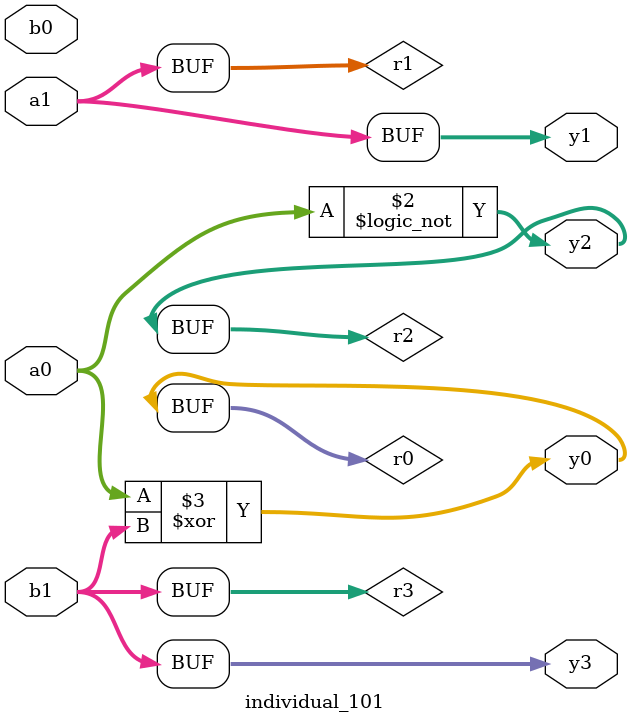
<source format=sv>
module individual_101(input logic [15:0] a1, input logic [15:0] a0, input logic [15:0] b1, input logic [15:0] b0, output logic [15:0] y3, output logic [15:0] y2, output logic [15:0] y1, output logic [15:0] y0);
logic [15:0] r0, r1, r2, r3; 
 always@(*) begin 
	 r0 = a0; r1 = a1; r2 = b0; r3 = b1; 
 	 r2 = ! a0 ;
 	 r0  ^=  r3 ;
 	 y3 = r3; y2 = r2; y1 = r1; y0 = r0; 
end
endmodule
</source>
